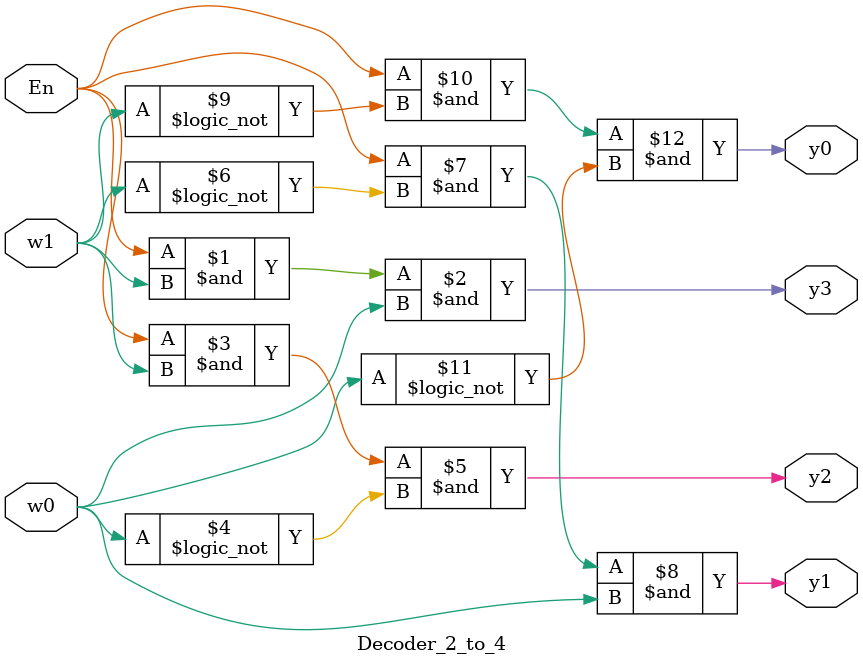
<source format=v>
`timescale 1ns / 1ps

//Name: Ahmad Mohamad
//Student ID: 101230403

module Decoder_2_to_4(
    input w0,
    input w1,
    input En,
    output y0,
    output y1,
    output y2,
    output y3);
    
    assign y3 = En & w1 & w0;
    assign y2 = En & w1 & !w0;
    assign y1 = En & !w1 & w0;
    assign y0 = En & !w1 & !w0;
    
endmodule

</source>
